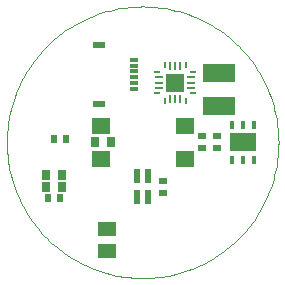
<source format=gtp>
G04 EAGLE Gerber RS-274X export*
G75*
%MOMM*%
%FSLAX35Y35*%
%LPD*%
%INsolder_paste_top*%
%IPPOS*%
%AMOC8*
5,1,8,0,0,1.08239X$1,22.5*%
G01*
%ADD10C,0.010000*%
%ADD11R,0.700000X0.900000*%
%ADD12R,1.500000X1.500000*%
%ADD13R,0.250000X0.800000*%
%ADD14R,0.800000X0.250000*%
%ADD15R,0.550000X0.250000*%
%ADD16R,0.250000X0.550000*%
%ADD17R,2.300000X1.500000*%
%ADD18R,0.460000X0.710000*%
%ADD19R,0.700000X0.600000*%
%ADD20R,2.700000X1.600000*%
%ADD21R,0.600000X0.700000*%
%ADD22R,1.500000X1.300000*%
%ADD23R,1.600000X1.400000*%
%ADD24R,0.700000X0.300000*%
%ADD25R,1.000000X0.600000*%
%ADD26R,0.600000X1.200000*%


D10*
X-1150000Y0D02*
X-1149654Y28222D01*
X-1148615Y56428D01*
X-1146884Y84599D01*
X-1144462Y112720D01*
X-1141351Y140772D01*
X-1137553Y168740D01*
X-1133069Y196606D01*
X-1127903Y224354D01*
X-1122057Y251966D01*
X-1115536Y279427D01*
X-1108342Y306720D01*
X-1100481Y333827D01*
X-1091957Y360734D01*
X-1082776Y387423D01*
X-1072942Y413879D01*
X-1062461Y440086D01*
X-1051341Y466028D01*
X-1039588Y491688D01*
X-1027208Y517053D01*
X-1014209Y542106D01*
X-1000600Y566833D01*
X-986388Y591218D01*
X-971582Y615247D01*
X-956190Y638906D01*
X-940223Y662179D01*
X-923689Y685054D01*
X-906598Y707516D01*
X-888962Y729552D01*
X-870790Y751149D01*
X-852094Y772293D01*
X-832884Y792972D01*
X-813173Y813173D01*
X-792972Y832884D01*
X-772293Y852094D01*
X-751149Y870790D01*
X-729552Y888962D01*
X-707516Y906598D01*
X-685054Y923689D01*
X-662179Y940223D01*
X-638906Y956190D01*
X-615247Y971582D01*
X-591218Y986388D01*
X-566833Y1000600D01*
X-542106Y1014209D01*
X-517053Y1027208D01*
X-491688Y1039588D01*
X-466028Y1051341D01*
X-440086Y1062461D01*
X-413879Y1072942D01*
X-387423Y1082776D01*
X-360734Y1091957D01*
X-333827Y1100481D01*
X-306720Y1108342D01*
X-279427Y1115536D01*
X-251966Y1122057D01*
X-224354Y1127903D01*
X-196606Y1133069D01*
X-168740Y1137553D01*
X-140772Y1141351D01*
X-112720Y1144462D01*
X-84599Y1146884D01*
X-56428Y1148615D01*
X-28222Y1149654D01*
X0Y1150000D01*
X28222Y1149654D01*
X56428Y1148615D01*
X84599Y1146884D01*
X112720Y1144462D01*
X140772Y1141351D01*
X168740Y1137553D01*
X196606Y1133069D01*
X224354Y1127903D01*
X251966Y1122057D01*
X279427Y1115536D01*
X306720Y1108342D01*
X333827Y1100481D01*
X360734Y1091957D01*
X387423Y1082776D01*
X413879Y1072942D01*
X440086Y1062461D01*
X466028Y1051341D01*
X491688Y1039588D01*
X517053Y1027208D01*
X542106Y1014209D01*
X566833Y1000600D01*
X591218Y986388D01*
X615247Y971582D01*
X638906Y956190D01*
X662179Y940223D01*
X685054Y923689D01*
X707516Y906598D01*
X729552Y888962D01*
X751149Y870790D01*
X772293Y852094D01*
X792972Y832884D01*
X813173Y813173D01*
X832884Y792972D01*
X852094Y772293D01*
X870790Y751149D01*
X888962Y729552D01*
X906598Y707516D01*
X923689Y685054D01*
X940223Y662179D01*
X956190Y638906D01*
X971582Y615247D01*
X986388Y591218D01*
X1000600Y566833D01*
X1014209Y542106D01*
X1027208Y517053D01*
X1039588Y491688D01*
X1051341Y466028D01*
X1062461Y440086D01*
X1072942Y413879D01*
X1082776Y387423D01*
X1091957Y360734D01*
X1100481Y333827D01*
X1108342Y306720D01*
X1115536Y279427D01*
X1122057Y251966D01*
X1127903Y224354D01*
X1133069Y196606D01*
X1137553Y168740D01*
X1141351Y140772D01*
X1144462Y112720D01*
X1146884Y84599D01*
X1148615Y56428D01*
X1149654Y28222D01*
X1150000Y0D01*
X1149654Y-28222D01*
X1148615Y-56428D01*
X1146884Y-84599D01*
X1144462Y-112720D01*
X1141351Y-140772D01*
X1137553Y-168740D01*
X1133069Y-196606D01*
X1127903Y-224354D01*
X1122057Y-251966D01*
X1115536Y-279427D01*
X1108342Y-306720D01*
X1100481Y-333827D01*
X1091957Y-360734D01*
X1082776Y-387423D01*
X1072942Y-413879D01*
X1062461Y-440086D01*
X1051341Y-466028D01*
X1039588Y-491688D01*
X1027208Y-517053D01*
X1014209Y-542106D01*
X1000600Y-566833D01*
X986388Y-591218D01*
X971582Y-615247D01*
X956190Y-638906D01*
X940223Y-662179D01*
X923689Y-685054D01*
X906598Y-707516D01*
X888962Y-729552D01*
X870790Y-751149D01*
X852094Y-772293D01*
X832884Y-792972D01*
X813173Y-813173D01*
X792972Y-832884D01*
X772293Y-852094D01*
X751149Y-870790D01*
X729552Y-888962D01*
X707516Y-906598D01*
X685054Y-923689D01*
X662179Y-940223D01*
X638906Y-956190D01*
X615247Y-971582D01*
X591218Y-986388D01*
X566833Y-1000600D01*
X542106Y-1014209D01*
X517053Y-1027208D01*
X491688Y-1039588D01*
X466028Y-1051341D01*
X440086Y-1062461D01*
X413879Y-1072942D01*
X387423Y-1082776D01*
X360734Y-1091957D01*
X333827Y-1100481D01*
X306720Y-1108342D01*
X279427Y-1115536D01*
X251966Y-1122057D01*
X224354Y-1127903D01*
X196606Y-1133069D01*
X168740Y-1137553D01*
X140772Y-1141351D01*
X112720Y-1144462D01*
X84599Y-1146884D01*
X56428Y-1148615D01*
X28222Y-1149654D01*
X0Y-1150000D01*
X-28222Y-1149654D01*
X-56428Y-1148615D01*
X-84599Y-1146884D01*
X-112720Y-1144462D01*
X-140772Y-1141351D01*
X-168740Y-1137553D01*
X-196606Y-1133069D01*
X-224354Y-1127903D01*
X-251966Y-1122057D01*
X-279427Y-1115536D01*
X-306720Y-1108342D01*
X-333827Y-1100481D01*
X-360734Y-1091957D01*
X-387423Y-1082776D01*
X-413879Y-1072942D01*
X-440086Y-1062461D01*
X-466028Y-1051341D01*
X-491688Y-1039588D01*
X-517053Y-1027208D01*
X-542106Y-1014209D01*
X-566833Y-1000600D01*
X-591218Y-986388D01*
X-615247Y-971582D01*
X-638906Y-956190D01*
X-662179Y-940223D01*
X-685054Y-923689D01*
X-707516Y-906598D01*
X-729552Y-888962D01*
X-751149Y-870790D01*
X-772293Y-852094D01*
X-792972Y-832884D01*
X-813173Y-813173D01*
X-832884Y-792972D01*
X-852094Y-772293D01*
X-870790Y-751149D01*
X-888962Y-729552D01*
X-906598Y-707516D01*
X-923689Y-685054D01*
X-940223Y-662179D01*
X-956190Y-638906D01*
X-971582Y-615247D01*
X-986388Y-591218D01*
X-1000600Y-566833D01*
X-1014209Y-542106D01*
X-1027208Y-517053D01*
X-1039588Y-491688D01*
X-1051341Y-466028D01*
X-1062461Y-440086D01*
X-1072942Y-413879D01*
X-1082776Y-387423D01*
X-1091957Y-360734D01*
X-1100481Y-333827D01*
X-1108342Y-306720D01*
X-1115536Y-279427D01*
X-1122057Y-251966D01*
X-1127903Y-224354D01*
X-1133069Y-196606D01*
X-1137553Y-168740D01*
X-1141351Y-140772D01*
X-1144462Y-112720D01*
X-1146884Y-84599D01*
X-1148615Y-56428D01*
X-1149654Y-28222D01*
X-1150000Y0D01*
D11*
X-270000Y0D03*
X-400000Y0D03*
D12*
X275000Y505000D03*
D13*
X230000Y645000D03*
X275000Y645000D03*
X320000Y645000D03*
X230000Y365000D03*
X275000Y365000D03*
X320000Y365000D03*
D14*
X410000Y460000D03*
X410000Y505000D03*
X410000Y550000D03*
X135000Y460000D03*
X135000Y505000D03*
X135000Y550000D03*
D15*
X123000Y415000D03*
D16*
X185000Y353000D03*
X185000Y657000D03*
D15*
X123000Y595000D03*
D16*
X365000Y657000D03*
X365000Y353000D03*
D15*
X423000Y415000D03*
X423000Y595000D03*
D17*
X850000Y0D03*
D18*
X944000Y148000D03*
X850000Y148000D03*
X756000Y148000D03*
X850000Y-148000D03*
X755000Y-148000D03*
X945000Y-148000D03*
D19*
X500000Y50000D03*
X500000Y-50000D03*
D20*
X650000Y310000D03*
X650000Y590000D03*
D21*
X-700000Y-475000D03*
X-800000Y-475000D03*
D22*
X-300000Y-920000D03*
X-300000Y-730000D03*
D19*
X625000Y50000D03*
X625000Y-50000D03*
D23*
X355600Y139700D03*
X355600Y-139700D03*
X-355600Y-139700D03*
X-355600Y139700D03*
D24*
X-73000Y550000D03*
X-73000Y600000D03*
X-73000Y650000D03*
X-73000Y500000D03*
X-73000Y450000D03*
X-73000Y700000D03*
D25*
X-373000Y825000D03*
X-373000Y325000D03*
D19*
X175000Y-425000D03*
X175000Y-325000D03*
D26*
X48000Y-285000D03*
X-48000Y-285000D03*
X-48000Y-465000D03*
X48000Y-465000D03*
D11*
X-685000Y-275000D03*
X-815000Y-275000D03*
X-685000Y-375000D03*
X-815000Y-375000D03*
D21*
X-750000Y25000D03*
X-650000Y25000D03*
M02*

</source>
